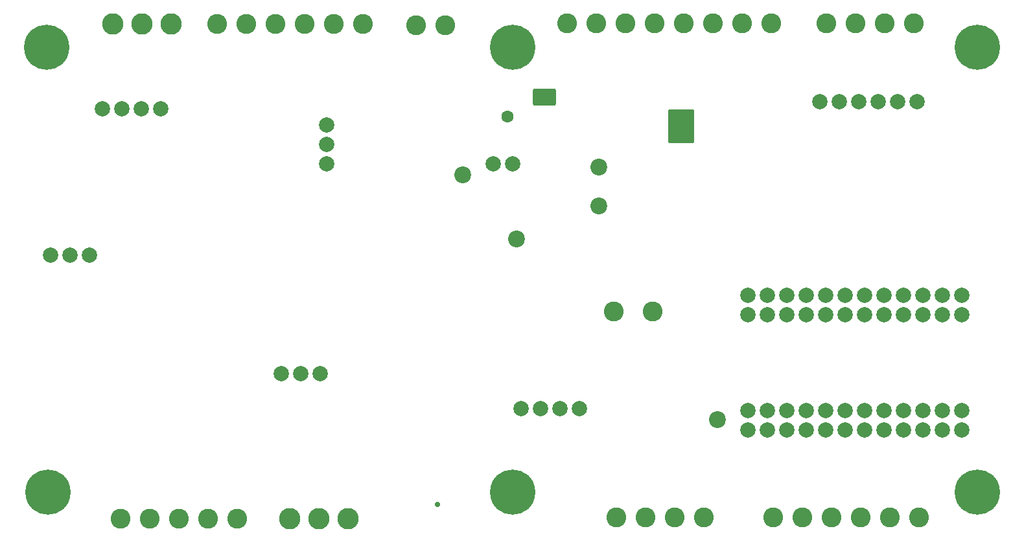
<source format=gbr>
%TF.GenerationSoftware,KiCad,Pcbnew,7.0.8*%
%TF.CreationDate,2024-06-23T22:33:46+02:00*%
%TF.ProjectId,Stima V4 Slave R1_1,5374696d-6120-4563-9420-536c61766520,rev?*%
%TF.SameCoordinates,Original*%
%TF.FileFunction,Soldermask,Bot*%
%TF.FilePolarity,Negative*%
%FSLAX46Y46*%
G04 Gerber Fmt 4.6, Leading zero omitted, Abs format (unit mm)*
G04 Created by KiCad (PCBNEW 7.0.8) date 2024-06-23 22:33:46*
%MOMM*%
%LPD*%
G01*
G04 APERTURE LIST*
G04 Aperture macros list*
%AMRoundRect*
0 Rectangle with rounded corners*
0 $1 Rounding radius*
0 $2 $3 $4 $5 $6 $7 $8 $9 X,Y pos of 4 corners*
0 Add a 4 corners polygon primitive as box body*
4,1,4,$2,$3,$4,$5,$6,$7,$8,$9,$2,$3,0*
0 Add four circle primitives for the rounded corners*
1,1,$1+$1,$2,$3*
1,1,$1+$1,$4,$5*
1,1,$1+$1,$6,$7*
1,1,$1+$1,$8,$9*
0 Add four rect primitives between the rounded corners*
20,1,$1+$1,$2,$3,$4,$5,0*
20,1,$1+$1,$4,$5,$6,$7,0*
20,1,$1+$1,$6,$7,$8,$9,0*
20,1,$1+$1,$8,$9,$2,$3,0*%
G04 Aperture macros list end*
%ADD10C,2.600000*%
%ADD11C,1.000000*%
%ADD12RoundRect,0.200000X1.500000X-2.000000X1.500000X2.000000X-1.500000X2.000000X-1.500000X-2.000000X0*%
%ADD13C,0.700000*%
%ADD14RoundRect,0.200000X-1.300000X0.900000X-1.300000X-0.900000X1.300000X-0.900000X1.300000X0.900000X0*%
%ADD15C,2.000000*%
%ADD16C,1.600000*%
%ADD17C,2.800000*%
%ADD18C,2.200000*%
%ADD19C,5.900000*%
G04 APERTURE END LIST*
D10*
%TO.C,*%
X161710700Y-110488400D03*
X166790700Y-110488400D03*
%TD*%
D11*
%TO.C,U16*%
X171440100Y-87776600D03*
X171440100Y-86252600D03*
X171440100Y-84728600D03*
X170551100Y-87776600D03*
D12*
X170551100Y-86252600D03*
D11*
X170551100Y-84728600D03*
X169662100Y-87776600D03*
X169662100Y-86252600D03*
X169662100Y-84728600D03*
%TD*%
D13*
%TO.C,U11*%
X138690100Y-135717600D03*
%TD*%
D11*
%TO.C,U19*%
X151783100Y-82929600D03*
X152672100Y-82929600D03*
X153561100Y-82929600D03*
X151783100Y-82421600D03*
D14*
X152672100Y-82421600D03*
D11*
X153561100Y-82421600D03*
X151783100Y-81913600D03*
X152672100Y-81913600D03*
X153561100Y-81913600D03*
%TD*%
D15*
%TO.C,JP35*%
X198793100Y-83032600D03*
X201333100Y-83032600D03*
%TD*%
%TO.C,JP34*%
X193713100Y-83032600D03*
X196253100Y-83032600D03*
%TD*%
%TO.C,JP33*%
X191173100Y-83032600D03*
X188633100Y-83032600D03*
%TD*%
%TO.C,JP32*%
X148501100Y-91160600D03*
X145961100Y-91160600D03*
%TD*%
%TO.C,JP31*%
X179235100Y-108305600D03*
X179235100Y-110845600D03*
%TD*%
%TO.C,JP30*%
X181775100Y-108305600D03*
X181775100Y-110845600D03*
%TD*%
%TO.C,JP29*%
X184315100Y-108305600D03*
X184315100Y-110845600D03*
%TD*%
%TO.C,JP28*%
X179235100Y-125958600D03*
X179235100Y-123418600D03*
%TD*%
%TO.C,JP27*%
X181775100Y-125958600D03*
X181775100Y-123418600D03*
%TD*%
%TO.C,JP26*%
X184315100Y-125958600D03*
X184315100Y-123418600D03*
%TD*%
%TO.C,JP25*%
X186855100Y-108305600D03*
X186855100Y-110845600D03*
%TD*%
%TO.C,JP24*%
X189395100Y-108305600D03*
X189395100Y-110845600D03*
%TD*%
%TO.C,JP23*%
X191935100Y-110845600D03*
X191935100Y-108305600D03*
%TD*%
%TO.C,JP22*%
X186855100Y-125958600D03*
X186855100Y-123418600D03*
%TD*%
%TO.C,JP21*%
X189395100Y-125958600D03*
X189395100Y-123418600D03*
%TD*%
%TO.C,JP20*%
X191935100Y-125958600D03*
X191935100Y-123418600D03*
%TD*%
%TO.C,JP19*%
X194475100Y-108305600D03*
X194475100Y-110845600D03*
%TD*%
%TO.C,JP18*%
X197015100Y-108305600D03*
X197015100Y-110845600D03*
%TD*%
%TO.C,JP17*%
X199555100Y-108305600D03*
X199555100Y-110845600D03*
%TD*%
%TO.C,JP16*%
X194475100Y-125958600D03*
X194475100Y-123418600D03*
%TD*%
%TO.C,JP15*%
X197015100Y-125958600D03*
X197015100Y-123418600D03*
%TD*%
%TO.C,JP14*%
X199555100Y-125958600D03*
X199555100Y-123418600D03*
%TD*%
%TO.C,JP13*%
X202095100Y-108305600D03*
X202095100Y-110845600D03*
%TD*%
%TO.C,JP12*%
X204635100Y-108305600D03*
X204635100Y-110845600D03*
%TD*%
%TO.C,JP11*%
X207175100Y-108305600D03*
X207175100Y-110845600D03*
%TD*%
%TO.C,JP10*%
X202095100Y-125958600D03*
X202095100Y-123418600D03*
%TD*%
%TO.C,JP9*%
X204635100Y-125958600D03*
X204635100Y-123418600D03*
%TD*%
%TO.C,JP8*%
X207175100Y-125958600D03*
X207175100Y-123418600D03*
%TD*%
%TO.C,JP7*%
X93256100Y-103098600D03*
X90716100Y-103098600D03*
X88176100Y-103098600D03*
%TD*%
%TO.C,JP6*%
X124244100Y-86080600D03*
X124244100Y-88620600D03*
X124244100Y-91160600D03*
%TD*%
%TO.C,JP5*%
X102527100Y-83921600D03*
X99987100Y-83921600D03*
%TD*%
%TO.C,JP4*%
X97447100Y-83921600D03*
X94907100Y-83921600D03*
%TD*%
%TO.C,JP3*%
X154724100Y-123164600D03*
X157264100Y-123164600D03*
%TD*%
%TO.C,JP2*%
X149644100Y-123164600D03*
X152184100Y-123164600D03*
%TD*%
%TO.C,JP1*%
X118275100Y-118592600D03*
X120815100Y-118592600D03*
X123355100Y-118592600D03*
%TD*%
D10*
%TO.C,J12*%
X135928100Y-72999600D03*
X139738100Y-72999600D03*
%TD*%
D16*
%TO.C,J11*%
X147866100Y-84937600D03*
%TD*%
D10*
%TO.C,J10*%
X155613100Y-72745600D03*
X159423100Y-72745600D03*
X163233100Y-72745600D03*
X167043100Y-72745600D03*
X170853100Y-72745600D03*
X174663100Y-72745600D03*
X178473100Y-72745600D03*
X182283100Y-72745600D03*
%TD*%
%TO.C,J9*%
X173520100Y-137388600D03*
X169710100Y-137388600D03*
X165900100Y-137388600D03*
X162090100Y-137388600D03*
%TD*%
%TO.C,J8*%
X201587100Y-137388600D03*
X197777100Y-137388600D03*
X193967100Y-137388600D03*
X190157100Y-137388600D03*
X186347100Y-137388600D03*
X182537100Y-137388600D03*
%TD*%
%TO.C,J7*%
X189522100Y-72745600D03*
X193332100Y-72745600D03*
X197142100Y-72745600D03*
X200952100Y-72745600D03*
%TD*%
%TO.C,J5*%
X112560100Y-137515600D03*
X108750100Y-137515600D03*
X104940100Y-137515600D03*
X101130100Y-137515600D03*
X97320100Y-137515600D03*
%TD*%
D17*
%TO.C,J4*%
X127038100Y-137515600D03*
X123228100Y-137515600D03*
X119418100Y-137515600D03*
%TD*%
%TO.C,J3*%
X96304100Y-72872600D03*
X100114100Y-72872600D03*
X103924100Y-72872600D03*
%TD*%
D10*
%TO.C,J2*%
X109893100Y-72872600D03*
X113703100Y-72872600D03*
X117513100Y-72872600D03*
X121323100Y-72872600D03*
X125133100Y-72872600D03*
X128943100Y-72872600D03*
%TD*%
D18*
%TO.C,GND1*%
X159804100Y-96621600D03*
%TD*%
D19*
%TO.C,A6*%
X148501100Y-75920600D03*
%TD*%
%TO.C,A5*%
X148501100Y-134086600D03*
%TD*%
%TO.C,A4*%
X87668100Y-75920600D03*
%TD*%
%TO.C,A3*%
X87795100Y-134086600D03*
%TD*%
%TO.C,A2*%
X209207100Y-134086600D03*
%TD*%
%TO.C,A1*%
X209207100Y-75920600D03*
%TD*%
D18*
%TO.C,+12V1*%
X142024100Y-92557600D03*
%TD*%
%TO.C,+5V1*%
X159804100Y-91541600D03*
%TD*%
%TO.C,+3V3S1*%
X175298100Y-124561600D03*
%TD*%
%TO.C,+3V3*%
X149009100Y-100939600D03*
%TD*%
M02*

</source>
